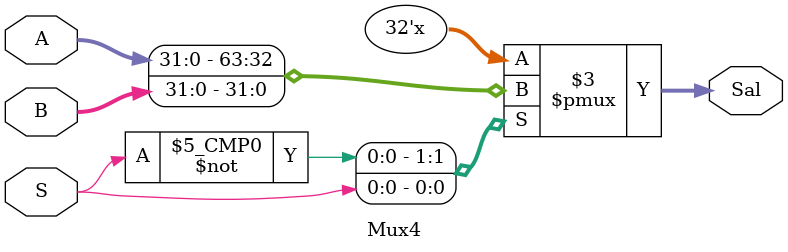
<source format=v>
`timescale 1ns/1ns

module Mux4 (
		input [31:0]A,
		input [31:0]B,
		input S,
		output reg[31:0]Sal
);

initial 
begin
	Sal = 32'd0;
	#700;
end

always @*
begin
	case (S)
		1'b0:
		begin
			Sal = A;
		end
		1'b1:
		begin
			Sal = B;
		end
	endcase
end

endmodule

</source>
